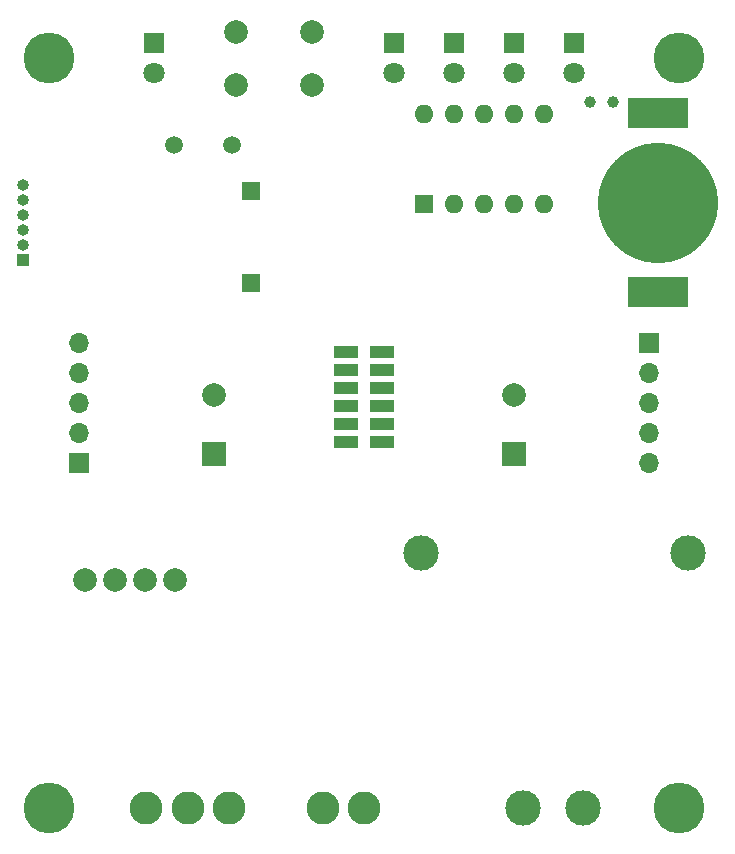
<source format=gts>
G04 #@! TF.GenerationSoftware,KiCad,Pcbnew,5.1.12-84ad8e8a86~92~ubuntu16.04.1*
G04 #@! TF.CreationDate,2022-11-17T23:34:12+01:00*
G04 #@! TF.ProjectId,Mainboard,4d61696e-626f-4617-9264-2e6b69636164,rev?*
G04 #@! TF.SameCoordinates,Original*
G04 #@! TF.FileFunction,Soldermask,Top*
G04 #@! TF.FilePolarity,Negative*
%FSLAX46Y46*%
G04 Gerber Fmt 4.6, Leading zero omitted, Abs format (unit mm)*
G04 Created by KiCad (PCBNEW 5.1.12-84ad8e8a86~92~ubuntu16.04.1) date 2022-11-17 23:34:12*
%MOMM*%
%LPD*%
G01*
G04 APERTURE LIST*
%ADD10R,1.000000X1.000000*%
%ADD11O,1.000000X1.000000*%
%ADD12R,2.032000X1.070000*%
%ADD13C,3.000000*%
%ADD14C,4.300000*%
%ADD15C,2.800000*%
%ADD16C,2.000000*%
%ADD17R,1.800000X1.800000*%
%ADD18C,1.800000*%
%ADD19R,5.100000X2.500000*%
%ADD20C,10.200000*%
%ADD21C,1.000000*%
%ADD22R,2.000000X2.000000*%
%ADD23R,1.700000X1.700000*%
%ADD24O,1.700000X1.700000*%
%ADD25R,1.500000X1.500000*%
%ADD26C,1.500000*%
%ADD27R,1.600000X1.600000*%
%ADD28O,1.600000X1.600000*%
G04 APERTURE END LIST*
D10*
X129921000Y-75501500D03*
D11*
X129921000Y-74231500D03*
X129921000Y-72961500D03*
X129921000Y-71691500D03*
X129921000Y-70421500D03*
X129921000Y-69151500D03*
D12*
X160274000Y-90932000D03*
X157226000Y-90932000D03*
X160274000Y-89408000D03*
X157226000Y-89408000D03*
X160274000Y-87884000D03*
X157226000Y-87884000D03*
X160274000Y-86360000D03*
X157226000Y-86360000D03*
X160274000Y-84836000D03*
X157226000Y-84836000D03*
X160274000Y-83312000D03*
X157226000Y-83312000D03*
D13*
X163576000Y-100330000D03*
X186176000Y-100330000D03*
D14*
X185420000Y-58420000D03*
D15*
X140320000Y-121920000D03*
X143820000Y-121920000D03*
X147320000Y-121920000D03*
D16*
X135128000Y-102616000D03*
X137668000Y-102616000D03*
X140208000Y-102616000D03*
X142748000Y-102616000D03*
D15*
X155250000Y-121920000D03*
X158750000Y-121920000D03*
D13*
X172212000Y-121920000D03*
X177292000Y-121920000D03*
D17*
X140970000Y-57150000D03*
D18*
X140970000Y-59690000D03*
D19*
X183620000Y-78240000D03*
X183620000Y-63040000D03*
D20*
X183620000Y-70640000D03*
D21*
X179832000Y-62103000D03*
X177932000Y-62103000D03*
D17*
X176530000Y-57150000D03*
D18*
X176530000Y-59690000D03*
D22*
X146050000Y-91948000D03*
D16*
X146050000Y-86948000D03*
D22*
X171450000Y-91948000D03*
D16*
X171450000Y-86948000D03*
D14*
X132080000Y-58420000D03*
D23*
X182880000Y-82550000D03*
D24*
X182880000Y-85090000D03*
X182880000Y-87630000D03*
X182880000Y-90170000D03*
X182880000Y-92710000D03*
D23*
X134620000Y-92710000D03*
D24*
X134620000Y-90170000D03*
X134620000Y-87630000D03*
X134620000Y-85090000D03*
X134620000Y-82550000D03*
D25*
X149225000Y-77433000D03*
X149225000Y-69633000D03*
D26*
X147574000Y-65786000D03*
X142694000Y-65786000D03*
D27*
X163830000Y-70739000D03*
D28*
X173990000Y-63119000D03*
X166370000Y-70739000D03*
X171450000Y-63119000D03*
X168910000Y-70739000D03*
X168910000Y-63119000D03*
X171450000Y-70739000D03*
X166370000Y-63119000D03*
X173990000Y-70739000D03*
X163830000Y-63119000D03*
D14*
X132080000Y-121920000D03*
X185420000Y-121920000D03*
D16*
X154380000Y-56170000D03*
X154380000Y-60670000D03*
X147880000Y-56170000D03*
X147880000Y-60670000D03*
D17*
X161290000Y-57150000D03*
D18*
X161290000Y-59690000D03*
D17*
X166370000Y-57150000D03*
D18*
X166370000Y-59690000D03*
D17*
X171450000Y-57150000D03*
D18*
X171450000Y-59690000D03*
M02*

</source>
